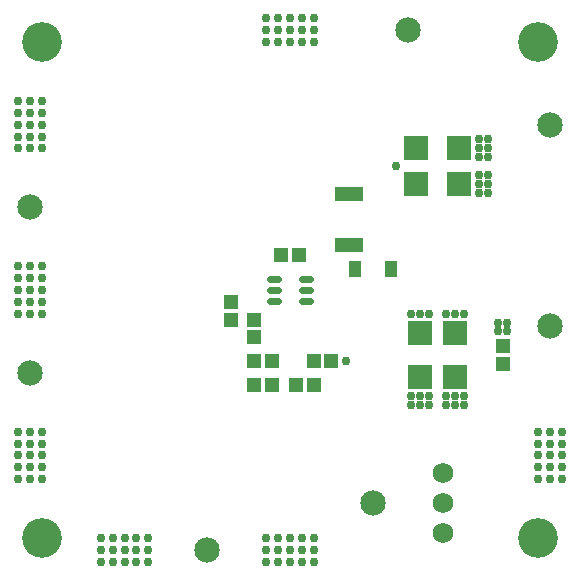
<source format=gts>
G75*
G70*
%OFA0B0*%
%FSLAX24Y24*%
%IPPOS*%
%LPD*%
%AMOC8*
5,1,8,0,0,1.08239X$1,22.5*
%
%ADD10C,0.1320*%
%ADD11R,0.0454X0.0454*%
%ADD12R,0.0394X0.0532*%
%ADD13R,0.0926X0.0454*%
%ADD14R,0.0847X0.0847*%
%ADD15C,0.0847*%
%ADD16C,0.0690*%
%ADD17C,0.0237*%
%ADD18C,0.0296*%
D10*
X001575Y001575D03*
X018110Y001575D03*
X018110Y018110D03*
X001575Y018110D03*
D11*
X009547Y011024D03*
X010138Y011024D03*
X008661Y008858D03*
X008661Y008268D03*
X007874Y008858D03*
X007874Y009449D03*
X008661Y007480D03*
X009252Y007480D03*
X009252Y006693D03*
X010039Y006693D03*
X010630Y006693D03*
X010630Y007480D03*
X011220Y007480D03*
X008661Y006693D03*
X016929Y007382D03*
X016929Y007972D03*
D12*
X013199Y010531D03*
X011998Y010531D03*
D13*
X011811Y011358D03*
X011811Y013051D03*
D14*
X014035Y013386D03*
X014035Y014567D03*
X015492Y014567D03*
X015492Y013386D03*
X015354Y008406D03*
X014173Y008406D03*
X014173Y006949D03*
X015354Y006949D03*
D15*
X018504Y008661D03*
X012598Y002756D03*
X007087Y001181D03*
X001181Y007087D03*
X001181Y012598D03*
X013780Y018504D03*
X018504Y015354D03*
D16*
X014961Y003756D03*
X014961Y002756D03*
X014961Y001756D03*
D17*
X010502Y009469D02*
X010246Y009469D01*
X010502Y009469D02*
X010502Y009469D01*
X010246Y009469D01*
X010246Y009469D01*
X010246Y009843D02*
X010502Y009843D01*
X010502Y009843D01*
X010246Y009843D01*
X010246Y009843D01*
X010246Y010217D02*
X010502Y010217D01*
X010502Y010217D01*
X010246Y010217D01*
X010246Y010217D01*
X009439Y010217D02*
X009183Y010217D01*
X009183Y010217D01*
X009439Y010217D01*
X009439Y010217D01*
X009439Y009843D02*
X009183Y009843D01*
X009183Y009843D01*
X009439Y009843D01*
X009439Y009843D01*
X009439Y009469D02*
X009183Y009469D01*
X009183Y009469D01*
X009439Y009469D01*
X009439Y009469D01*
D18*
X011713Y007480D03*
X013878Y006299D03*
X013878Y006004D03*
X014173Y006004D03*
X014173Y006299D03*
X014469Y006299D03*
X014469Y006004D03*
X015059Y006004D03*
X015059Y006299D03*
X015354Y006299D03*
X015354Y006004D03*
X015650Y006004D03*
X015650Y006299D03*
X016781Y008465D03*
X016781Y008760D03*
X017077Y008760D03*
X017077Y008465D03*
X015650Y009055D03*
X015354Y009055D03*
X015059Y009055D03*
X014469Y009055D03*
X014173Y009055D03*
X013878Y009055D03*
X016142Y013091D03*
X016142Y013386D03*
X016437Y013386D03*
X016437Y013681D03*
X016142Y013681D03*
X016142Y014272D03*
X016142Y014567D03*
X016437Y014567D03*
X016437Y014272D03*
X016437Y014862D03*
X016142Y014862D03*
X016437Y013091D03*
X013386Y013976D03*
X010630Y018110D03*
X010236Y018110D03*
X009843Y018110D03*
X009843Y018504D03*
X010236Y018504D03*
X010630Y018504D03*
X010630Y018898D03*
X010236Y018898D03*
X009843Y018898D03*
X009449Y018898D03*
X009055Y018898D03*
X009055Y018504D03*
X009055Y018110D03*
X009449Y018110D03*
X009449Y018504D03*
X001575Y016142D03*
X001181Y016142D03*
X000787Y016142D03*
X000787Y015748D03*
X001181Y015748D03*
X001575Y015748D03*
X001575Y015354D03*
X001575Y014961D03*
X001181Y014961D03*
X001181Y015354D03*
X000787Y015354D03*
X000787Y014961D03*
X000787Y014567D03*
X001181Y014567D03*
X001575Y014567D03*
X001575Y010630D03*
X001181Y010630D03*
X000787Y010630D03*
X000787Y010236D03*
X000787Y009843D03*
X001181Y009843D03*
X001181Y010236D03*
X001575Y010236D03*
X001575Y009843D03*
X001575Y009449D03*
X001181Y009449D03*
X000787Y009449D03*
X000787Y009055D03*
X001181Y009055D03*
X001575Y009055D03*
X001575Y005118D03*
X001181Y005118D03*
X000787Y005118D03*
X000787Y004724D03*
X000787Y004331D03*
X001181Y004331D03*
X001181Y004724D03*
X001575Y004724D03*
X001575Y004331D03*
X001575Y003937D03*
X001575Y003543D03*
X001181Y003543D03*
X000787Y003543D03*
X000787Y003937D03*
X001181Y003937D03*
X003543Y001575D03*
X003543Y001181D03*
X003543Y000787D03*
X003937Y000787D03*
X004331Y000787D03*
X004724Y000787D03*
X005118Y000787D03*
X005118Y001181D03*
X004724Y001181D03*
X004724Y001575D03*
X005118Y001575D03*
X004331Y001575D03*
X004331Y001181D03*
X003937Y001181D03*
X003937Y001575D03*
X009055Y001575D03*
X009449Y001575D03*
X009449Y001181D03*
X009055Y001181D03*
X009055Y000787D03*
X009449Y000787D03*
X009843Y000787D03*
X010236Y000787D03*
X010630Y000787D03*
X010630Y001181D03*
X010236Y001181D03*
X009843Y001181D03*
X009843Y001575D03*
X010236Y001575D03*
X010630Y001575D03*
X018110Y003543D03*
X018504Y003543D03*
X018504Y003937D03*
X018110Y003937D03*
X018110Y004331D03*
X018110Y004724D03*
X018504Y004724D03*
X018504Y004331D03*
X018898Y004331D03*
X018898Y004724D03*
X018898Y005118D03*
X018504Y005118D03*
X018110Y005118D03*
X018898Y003937D03*
X018898Y003543D03*
M02*

</source>
